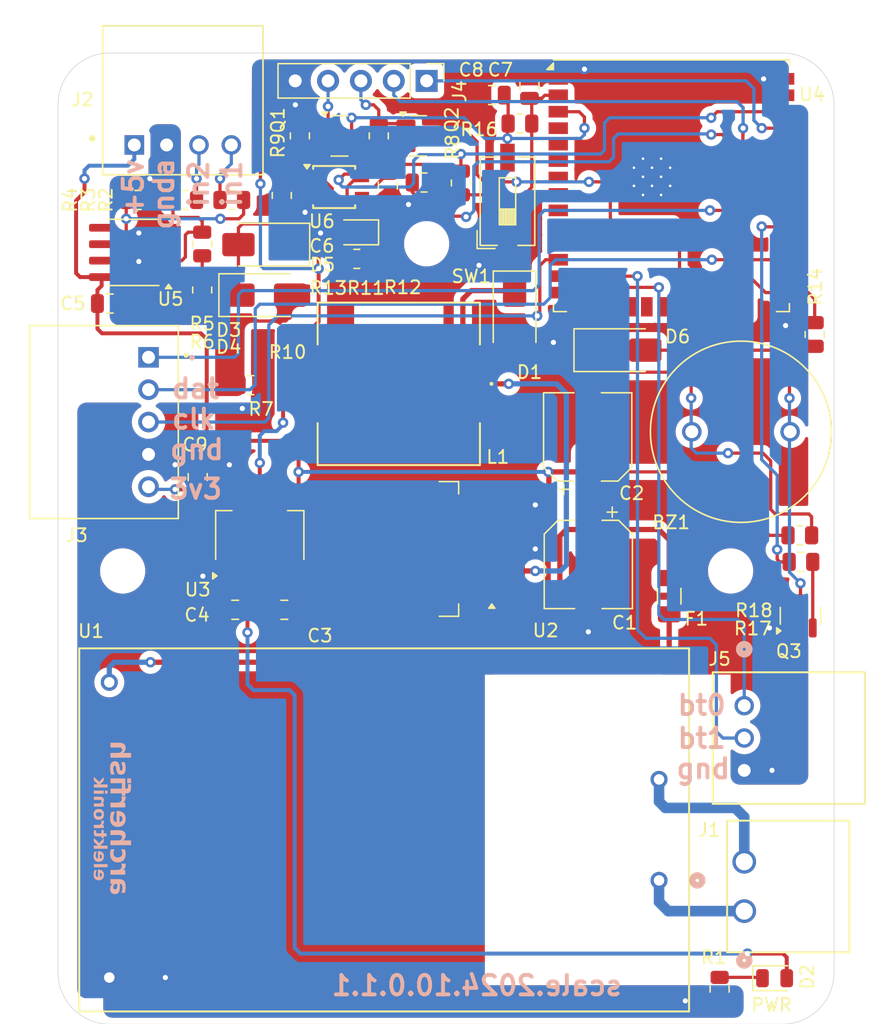
<source format=kicad_pcb>
(kicad_pcb (version 20221018) (generator pcbnew)
  (layers (0 "F.Cu" signal) (1 "In1.Cu" power) (2 "In2.Cu" power) (31 "B.Cu" signal) (34 "B.Paste" user) (35 "F.Paste" user) (36 "B.SilkS" user "B.Silkscreen") (37 "F.SilkS" user "F.Silkscreen") (38 "B.Mask" user) (39 "F.Mask" user) (44 "Edge.Cuts" user))
  (net 0 "")
  (net 1 "Net-(U2-VIN)")
  (net 2 "GND")
  (net 3 "+5V")
  (net 4 "+3V3")
  (net 5 "GNDA")
  (net 6 "Net-(D1-K)")
  (net 7 "Net-(D2-K)")
  (net 8 "Net-(D3-A)")
  (net 9 "Net-(D5-K)")
  (net 10 "/weighing_unit/RDY")
  (net 11 "Net-(U1-+VO)")
  (net 12 "/RTS")
  (net 13 "Net-(Q1-B)")
  (net 14 "/mcu/EN")
  (net 15 "/DTR")
  (net 16 "Net-(Q2-B)")
  (net 17 "/mcu/IO0")
  (net 18 "/weighing_unit/IN1")
  (net 19 "Net-(U5A-+)")
  (net 20 "/weighing_unit/IN2")
  (net 21 "Net-(U5A--)")
  (net 22 "Net-(R5-Pad2)")
  (net 23 "Net-(U6-ADDR)")
  (net 24 "/mcu/SDA")
  (net 25 "/mcu/SCL")
  (net 26 "/BT0")
  (net 27 "/BT1")
  (net 28 "/power_management/AC_1")
  (net 29 "/power_management/AC_2")
  (net 39 "/display/DOT")
  (net 40 "/display/DATA")
  (net 41 "/display/CLOCK")
  (net 51 "Net-(BZ1-+)")
  (net 55 "/RXD")
  (net 56 "/TXD")
  (net 64 "Net-(BZ1--)")
  (net 65 "Net-(Q3-B)")
  (net 66 "/BUZZ")
  (footprint "Package_SO:TSSOP-10_3x3mm_P0.5mm" (layer "F.Cu") (at 21.35 25.35)
    (fp_text reference "U6")
    (fp_text value "ADS1115IDGS")
  )
  (footprint "Resistor_SMD:R_0805_2012Metric" (layer "F.Cu") (at 23.1 30.9)
    (fp_text reference "R13")
    (fp_text value "3k3")
  )
  (footprint "Resistor_SMD:R_0805_2012Metric" (layer "F.Cu") (at 11.15 33.3 -90)
    (fp_text reference "R6")
    (fp_text value "100")
  )
  (footprint "Resistor_SMD:R_0805_2012Metric" (layer "F.Cu") (at 58.5 36.7375 -90)
    (fp_text reference "R14")
    (fp_text value "0")
  )
  (footprint "Resistor_SMD:R_0805_2012Metric" (layer "F.Cu") (at 13.4375 26.35)
    (fp_text reference "R2")
    (fp_text value "5k")
  )
  (footprint "BBG:CONN2_284513-2" (layer "F.Cu") (at 53.054901 81.271601 90)
    (fp_text reference "J1")
    (fp_text value "Conn_01x02_Pin")
  )
  (footprint "Resistor_SMD:R_0805_2012Metric" (layer "F.Cu") (at 17.3 26 -90)
    (fp_text reference "R10")
    (fp_text value "3k3")
  )
  (footprint "Capacitor_SMD:C_0805_2012Metric" (layer "F.Cu") (at 33.55 18.25 180)
    (fp_text reference "C8")
    (fp_text value "100n")
  )
  (footprint "Resistor_SMD:R_0805_2012Metric" (layer "F.Cu") (at 28.3 25)
    (fp_text reference "R11")
    (fp_text value "3k3")
  )
  (footprint "Diode_SMD:D_SMA" (layer "F.Cu") (at 43.4 37.95)
    (fp_text reference "D6")
    (fp_text value "D_Zener")
  )
  (footprint "Capacitor_SMD:C_0805_2012Metric" (layer "F.Cu") (at 36.45 17.55 90)
    (fp_text reference "C7")
    (fp_text value "100n")
  )
  (footprint "Diode_SMD:D_SMA" (layer "F.Cu") (at 35.3 35.35 -90)
    (fp_text reference "D1")
    (fp_text value "D_Zener")
  )
  (footprint "Package_TO_SOT_SMD:SOT-223-3_TabPin2" (layer "F.Cu") (at 15.6 52.25 90)
    (fp_text reference "U3")
    (fp_text value "AMS1117-3.3")
  )
  (footprint "Fuse:Fuse_1206_3216Metric" (layer "F.Cu") (at 47.25 56.95 90)
    (fp_text reference "F1")
    (fp_text value "Fuse")
  )
  (footprint "Capacitor_SMD:CP_Elec_6.3x5.7" (layer "F.Cu") (at 41 54.5 -90)
    (fp_text reference "C1")
    (fp_text value "100u")
  )
  (footprint "Button_Switch_SMD:SW_DIP_SPSTx01_Slide_6.7x4.1mm_W6.73mm_P2.54mm_LowProfile_JPin" (layer "F.Cu") (at 34.75 26.45 90)
    (fp_text reference "SW1")
    (fp_text value "SW_Push")
  )
  (footprint "Package_TO_SOT_SMD:SOT-23" (layer "F.Cu") (at 21.7625 21.4)
    (fp_text reference "Q1")
    (fp_text value "S8050")
  )
  (footprint "Capacitor_SMD:C_0805_2012Metric" (layer "F.Cu") (at 4 34.35)
    (fp_text reference "C5")
    (fp_text value "100n")
  )
  (footprint "Resistor_SMD:R_0805_2012Metric" (layer "F.Cu") (at 11.15 29.75 -90)
    (fp_text reference "R5")
    (fp_text value "3k3")
  )
  (footprint "BBG:buzz_14mm_CUI_CEP-1162" (layer "F.Cu") (at 52.8 44.25)
    (fp_text reference "BZ1")
    (fp_text value "Buzzer")
  )
  (footprint "BBG:JST_S5B-XH-A_LF__SN_" (layer "F.Cu") (at 7 43.5 -90)
    (fp_text reference "J3")
    (fp_text value "Conn_01x05_Pin")
  )
  (footprint "Resistor_SMD:R_0805_2012Metric" (layer "F.Cu") (at 57.4375 54.3 180)
    (fp_text reference "R18")
    (fp_text value "1k")
  )
  (footprint "LED_SMD:LED_0805_2012Metric" (layer "F.Cu") (at 55.4 86.45)
    (fp_text reference "D2")
    (fp_text value "LED")
  )
  (footprint "LED_SMD:LED_0805_2012Metric" (layer "F.Cu") (at 23.1 28.85 180)
    (fp_text reference "D5")
    (fp_text value "LED")
  )
  (footprint "Resistor_SMD:R_0805_2012Metric" (layer "F.Cu") (at 6.1875 26.35)
    (fp_text reference "R4")
    (fp_text value "3k3")
  )
  (footprint "Capacitor_SMD:C_0805_2012Metric" (layer "F.Cu") (at 25.5 25.25 -90)
    (fp_text reference "C6")
    (fp_text value "100n")
  )
  (footprint "BBG:HLK-10_HLK" (layer "F.Cu") (at 46.466596 78.9 180)
    (fp_text reference "U1")
    (fp_text value "HLK-10M12")
  )
  (footprint "Resistor_SMD:R_0805_2012Metric" (layer "F.Cu") (at 14.9125 40.65)
    (fp_text reference "R7")
    (fp_text value "0")
  )
  (footprint "Resistor_SMD:R_0805_2012Metric" (layer "F.Cu") (at 24.8 21.4 -90)
    (fp_text reference "R8")
    (fp_text value "12k")
  )
  (footprint "Package_SO:SOIC-8_3.9x4.9mm_P1.27mm" (layer "F.Cu") (at 5.85 30.4 180)
    (fp_text reference "U5")
    (fp_text value "LMV358")
  )
  (footprint "Package_TO_SOT_SMD:SOT-23" (layer "F.Cu") (at 57.4 58.4625 90)
    (fp_text reference "Q3")
    (fp_text value "S8050")
  )
  (footprint "Capacitor_SMD:C_0805_2012Metric" (layer "F.Cu") (at 13.7 58 180)
    (fp_text reference "C4")
    (fp_text value "100n")
  )
  (footprint "Resistor_SMD:R_0805_2012Metric" (layer "F.Cu") (at 51.15 87.3 -90)
    (fp_text reference "R1")
    (fp_text value "3k3")
  )
  (footprint "Diode_SMD:D_SMA" (layer "F.Cu") (at 15.95 33.7)
    (fp_text reference "D4")
    (fp_text value "D_Zener")
  )
  (footprint "Package_TO_SOT_SMD:SOT-23" (layer "F.Cu") (at 27.8375 21.4)
    (fp_text reference "Q2")
    (fp_text value "S8050")
  )
  (footprint "Resistor_SMD:R_0805_2012Metric" (layer "F.Cu") (at 31.15 25.0375 -90)
    (fp_text reference "R12")
    (fp_text value "3k3")
  )
  (footprint "Capacitor_SMD:C_0805_2012Metric" (layer "F.Cu") (at 17.5 58 180)
    (fp_text reference "C3")
    (fp_text value "1u")
  )
  (footprint "Diode_SMD:D_SMA" (layer "F.Cu") (at 15.95 29.8 180)
    (fp_text reference "D3")
    (fp_text value "D_Zener")
  )
  (footprint "Package_TO_SOT_SMD:TO-263-5_TabPin3" (layer "F.Cu") (at 26.15 53.3 180)
    (fp_text reference "U2")
    (fp_text value "LM2576HVS-5")
  )
  (footprint "BBG:JST_S4B-XH-A(LF)(SN)" (layer "F.Cu") (at 9.65 22.1)
    (fp_text reference "J2")
    (fp_text value "Conn_01x04_Pin")
  )
  (footprint "Connector_PinHeader_2.54mm:PinHeader_1x05_P2.54mm_Vertical" (layer "F.Cu") (at 28.5 17.15 -90)
    (fp_text reference "J4")
    (fp_text value "Conn_01x05_Pin")
  )
  (footprint "Resistor_SMD:R_0805_2012Metric" (layer "F.Cu") (at 35.7125 20.45)
    (fp_text reference "R16")
    (fp_text value "10k")
  )
  (footprint "MountingHole:MountingHole_3mm" (layer "F.Cu") (at 52 55)
    (fp_text reference "H3" hide)
    (fp_text value "MountingHole")
  )
  (footprint "MountingHole:MountingHole_3mm" (layer "F.Cu") (at 28.5 29.735)
    (fp_text reference "H2" hide)
    (fp_text value "MountingHole")
  )
  (footprint "BBG:CONN_S3B-XH-ALFSN_JST" (layer "F.Cu") (at 53.053101 65.404778 -90)
    (fp_text reference "J5")
    (fp_text value "Conn_01x03_Pin")
  )
  (footprint "Capacitor_SMD:CP_Elec_6.3x5.7" (layer "F.Cu") (at 40.95 44.65 90)
    (fp_text reference "C2")
    (fp_text value "100u")
  )
  (footprint "Resistor_SMD:R_0805_2012Metric" (layer "F.Cu") (at 9.8 26.35 180)
    (fp_text reference "R3")
    (fp_text value "5k")
  )
  (footprint "MountingHole:MountingHole_3mm" (layer "F.Cu") (at 5 55)
    (fp_text reference "H1" hide)
    (fp_text value "MountingHole")
  )
  (footprint "BBG:IND_CDRH127-LDNP-470MC_SUM" (layer "F.Cu") (at 26.347 40.55 180)
    (fp_text reference "L1")
    (fp_text value "100u")
  )
  (footprint "Resistor_SMD:R_0805_2012Metric" (layer "F.Cu") (at 18.7 21.4 -90)
    (fp_text reference "R9")
    (fp_text value "12k")
  )
  (footprint "RF_Module:ESP32-WROOM-32U" (layer "F.Cu") (at 47.425 25.25)
    (fp_text reference "U4")
    (fp_text value "ESP32-WROOM-32U")
  )
  (footprint "Capacitor_SMD:C_0805_2012Metric" (layer "F.Cu") (at 10.8 47.75 90)
    (fp_text reference "C9")
    (fp_text value "100n")
  )
  (footprint "Resistor_SMD:R_0805_2012Metric" (layer "F.Cu") (at 57.35 52.25 180)
    (fp_text reference "R17")
    (fp_text value "1k")
  )
  (gr_line (start 0 86) (end 0 19) (stroke (width 0.05)) (layer "Edge.Cuts"))
  (gr_arc (start 4 90) (mid 1.171573 88.828427) (end 0 86) (stroke (width 0.05)) (layer "Edge.Cuts"))
  (gr_arc (start 60 86) (mid 58.828427 88.828427) (end 56 90) (stroke (width 0.05)) (layer "Edge.Cuts"))
  (gr_line (start 4 15) (end 56 15) (stroke (width 0.05)) (layer "Edge.Cuts"))
  (gr_line (start 60 19) (end 60 86) (stroke (width 0.05)) (layer "Edge.Cuts"))
  (gr_arc (start 56 15) (mid 58.828427 16.171573) (end 60 19) (stroke (width 0.05)) (layer "Edge.Cuts"))
  (gr_line (start 56 90) (end 4 90) (stroke (width 0.05)) (layer "Edge.Cuts"))
  (gr_arc (start 0 19) (mid 1.171573 16.171573) (end 4 15) (stroke (width 0.05)) (layer "Edge.Cuts"))
  (gr_text "bt0" (at 47.75 66.25) (layer "B.SilkS") (effects (font (size 1.5 1.5) (thickness 0.3) bold) (justify left bottom)))
  (gr_text "gnd" (at 8.5 46.5) (layer "B.SilkS") (effects (font (size 1.5 1.5) (thickness 0.3) bold) (justify left bottom)))
  (gr_text "dat" (at 8.65 41.8) (layer "B.SilkS") (effects (font (size 1.5 1.5) (thickness 0.3) bold) (justify left bottom)))
  (gr_text "in2" (at 11.75 27.05 90) (layer "B.SilkS") (effects (font (size 1.5 1.5) (thickness 0.3) bold) (justify left bottom)))
  (gr_text "3v3" (at 8.45 49.55) (layer "B.SilkS") (effects (font (size 1.5 1.5) (thickness 0.3) bold) (justify left bottom)))
  (gr_text "gnda" (at 9.05 28.8 90) (layer "B.SilkS") (effects (font (size 1.5 1.5) (thickness 0.3) bold) (justify left bottom)))
  (gr_text "clk\n" (at 8.65 44.15) (layer "B.SilkS") (effects (font (size 1.5 1.5) (thickness 0.3) bold) (justify left bottom)))
  (gr_text "in1" (at 14.3 27.05 90) (layer "B.SilkS") (effects (font (size 1.5 1.5) (thickness 0.3) bold) (justify left bottom)))
  (gr_text "elektronik\n" (at 2.6 78.95 270) (layer "B.SilkS") (effects (font (size 1 1) (thickness 0.25) bold) (justify left bottom mirror)))
  (gr_text "archerfish\n" (at 3.8 80.05 270) (layer "B.SilkS") (effects (font (size 1.5 1.5) (thickness 0.3) bold) (justify left bottom mirror)))
  (gr_text "." (at 9.8 38.8) (layer "B.SilkS") (effects (font (size 1.5 1.5) (thickness 0.3) bold) (justify left bottom)))
  (gr_text "scale.2024.10.0.1.1" (at 43.75 87.9) (layer "B.SilkS") (effects (font (size 1.5 1.5) (thickness 0.3) bold) (justify left bottom mirror)))
  (gr_text "bt1" (at 47.75 68.8) (layer "B.SilkS") (effects (font (size 1.5 1.5) (thickness 0.3) bold) (justify left bottom)))
  (gr_text "+5v" (at 6.7 27.85 90) (layer "B.SilkS") (effects (font (size 1.5 1.5) (thickness 0.3) bold) (justify left bottom)))
  (gr_text "gnd" (at 47.65 71.15) (layer "B.SilkS") (effects (font (size 1.5 1.5) (thickness 0.3) bold) (justify left bottom)))
  (gr_text "PWR" (at 53.5 89.1) (layer "F.SilkS") (effects (font (size 1 1)) (justify left bottom)))
  (segment (start 33.8 56.7) (end 38.25 56.7) (width 0.4064) (layer "F.Cu") (net 1))
  (segment (start 38.25 56.7) (end 38.8 56.15) (width 0.4064) (layer "F.Cu") (net 1))
  (segment (start 38.8 56.15) (end 38.8 52.3) (width 0.4064) (layer "F.Cu") (net 1))
  (segment (start 41 51.8) (end 46.45 51.8) (width 0.4064) (layer "F.Cu") (net 1))
  (segment (start 47.25 52.6) (end 47.25 55.55) (width 0.4064) (layer "F.Cu") (net 1))
  (segment (start 38.8 52.3) (end 39.3 51.8) (width 0.4064) (layer "F.Cu") (net 1))
  (segment (start 46.45 51.8) (end 47.25 52.6) (width 0.4064) (layer "F.Cu") (net 1))
  (segment (start 39.3 51.8) (end 41 51.8) (width 0.4064) (layer "F.Cu") (net 1))
  (segment (start 58.5 37.65) (end 56.95 37.65) (width 0.25) (layer "F.Cu") (net 2))
  (segment (start 15.825 40.65) (end 15.825 41.925) (width 0.25) (layer "F.Cu") (net 2))
  (segment (start 56.175 16.995) (end 54.555 16.995) (width 0.25) (layer "F.Cu") (net 2))
  (segment (start 33.8 49.9) (end 36.9 49.9) (width 0.4064) (layer "F.Cu") (net 2))
  (segment (start 13.3 56.6) (end 12.75 57.15) (width 0.25) (layer "F.Cu") (net 2))
  (segment (start 38.8 41.95) (end 38.3 41.45) (width 0.25) (layer "F.Cu") (net 2))
  (segment (start 38.675 16.995) (end 38.045 16.995) (width 0.25) (layer "F.Cu") (net 2))
  (segment (start 40.7 16.25) (end 39.42 16.25) (width 0.25) (layer "F.Cu") (net 2))
  (segment (start 56.95 37.65) (end 56.25 36.95) (width 0.25) (layer "F.Cu") (net 2))
  (segment (start 15.5 42.25) (end 15.3 42.45) (width 0.25) (layer "F.Cu") (net 2))
  (segment (start 32.55 31.55) (end 32.55 31.4) (width 0.25) (layer "F.Cu") (net 2))
  (segment (start 38.3 41.45) (end 38.3 37.35) (width 0.25) (layer "F.Cu") (net 2))
  (segment (start 10.8 46.8) (end 12.7 46.8) (width 0.25) (layer "F.Cu") (net 2))
  (segment (start 14.25 42.45) (end 14.55 42.45) (width 0.25) (layer "F.Cu") (net 2))
  (segment (start 10.8 46.8) (end 9.05 46.8) (width 0.25) (layer "F.Cu") (net 2))
  (segment (start 8.25 46) (end 9.05 46.8) (width 0.25) (layer "F.Cu") (net 2))
  (segment (start 56.25 36.95) (end 56.25 36.05) (width 0.25) (layer "F.Cu") (net 2))
  (segment (start 15.3 42.45) (end 14.55 42.45) (width 0.25) (layer "F.Cu") (net 2))
  (segment (start 51.15 88.2125) (end 48.5125 88.2125) (width 0.25) (layer "F.Cu") (net 2))
  (segment (start 33.035 29.815) (end 32.8 30.05) (width 0.25) (layer "F.Cu") (net 2))
  (segment (start 26.7 26.2) (end 26.95 26.45) (width 0.25) (layer "F.Cu") (net 2))
  (segment (start 56.45 59.4) (end 55 59.4) (width 0.25) (layer "F.Cu") (net 2))
  (segment (start 40.95 41.95) (end 38.8 41.95) (width 0.25) (layer "F.Cu") (net 2))
  (segment (start 20.75 28.45) (end 20.3 28.9) (width 0.25) (layer "F.Cu") (net 2))
  (segment (start 15.825 41.925) (end 15.5 42.25) (width 0.25) (layer "F.Cu") (net 2))
  (segment (start 39.55 34.6) (end 41.71 34.6) (width 0.25) (layer "F.Cu") (net 2))
  (segment (start 54.555 16.995) (end 54.55 17) (width 0.25) (layer "F.Cu") (net 2))
  (segment (start 18.5 27.3) (end 19.1 27.3) (width 0.25) (layer "F.Cu") (net 2))
  (segment (start 19.2 25.35) (end 20.3 25.35) (width 0.25) (layer "F.Cu") (net 2))
  (segment (start 12.7 46.8) (end 13.25 46.8) (width 0.25) (layer "F.Cu") (net 2))
  (segment (start 12.75 57.15) (end 12.75 58) (width 0.25) (layer "F.Cu") (net 2))
  (segment (start 32.6 18.25) (end 32.6 17.05) (width 0.25) (layer "F.Cu") (net 2))
  (segment (start 38.3 37.35) (end 39.05 37.35) (width 0.25) (layer "F.Cu") (net 2))
  (segment (start 39.25 37.15) (end 39.25 34.9) (width 0.25) (layer "F.Cu") (net 2))
  (segment (start 20.3 25.35) (end 20.75 25.8) (width 0.25) (layer "F.Cu") (net 2))
  (segment (start 20.75 25.8) (end 20.75 28.45) (width 0.25) (layer "F.Cu") (net 2))
  (segment (start 32.8 30.05) (end 32.55 30.3) (width 0.25) (layer "F.Cu") (net 2))
  (segment (start 13.3 55.4) (end 13.3 56.6) (width 0.25) (layer "F.Cu") (net 2))
  (segment (start 17.3 26.9125) (end 18.1125 26.9125) (width 0.25) (layer "F.Cu") (net 2))
  (segment (start 13.3 55.4) (end 11.2 55.4) (width 0.25) (layer "F.Cu") (net 2))
  (segment (start 39.05 37.35) (end 39.25 37.15) (width 0.25) (layer "F.Cu") (net 2))
  (segment (start 18.1125 26.9125) (end 18.5 27.3) (width 0.25) (layer "F.Cu") (net 2))
  (segment (start 41 57.2) (end 41 59.7) (width 0.25) (layer "F.Cu") (net 2))
  (segment (start 33.05 16.6) (end 36.45 16.6) (width 0.25) (layer "F.Cu") (net 2))
  (segment (start 48.5125 88.2125) (end 48.5 88.2) (width 0.25) (layer "F.Cu") (net 2))
  (segment (start 39.42 16.25) (end 38.675 16.995) (width 0.25) (layer "F.Cu") (net 2))
  (segment (start 7 46) (end 8.25 46) (width 0.25) (layer "F.Cu") (net 2))
  (segment (start 34.75 29.815) (end 33.035 29.815) (width 0.25) (layer "F.Cu") (net 2))
  (segment (start 38.045 16.995) (end 37.65 16.6) (width 0.25) (layer "F.Cu") (net 2))
  (segment (start 37.65 16.6) (end 36.45 16.6) (width 0.25) (layer "F.Cu") (net 2))
  (segment (start 32.55 30.3) (end 32.55 31.4) (width 0.25) (layer "F.Cu") (net 2))
  (segment (start 35.3 37.35) (end 38.3 37.35) (width 0.25) (layer "F.Cu") (net 2))
  (segment (start 33.8 53.3) (end 36.95 53.3) (width 0.4064) (layer "F.Cu") (net 2))
  (segment (start 39.25 34.9) (end 39.55 34.6) (width 0.25) (layer "F.Cu") (net 2))
  (segment (start 25.5 26.2) (end 26.7 26.2) (width 0.25) (layer "F.Cu") (net 2))
  (segment (start 32.6 17.05) (end 33.05 16.6) (width 0.25) (layer "F.Cu") (net 2))
  (via (at 27.1 26.7) (size 0.8) (drill 0.4) (layers "F.Cu" "B.Cu") (net 2))
  (via (at 48.5 88.2) (size 0.8) (drill 0.4) (layers "F.Cu" "B.Cu") (net 2))
  (via (at 36.9 49.9) (size 0.8) (drill 0.4) (layers "F.Cu" "B.Cu") (net 2))
  (via (at 19.1 27.3) (size 0.8) (drill 0.4) (layers "F.Cu" "B.Cu") (net 2))
  (via (at 18.35 19) (size 0.8) (drill 0.4) (layers "F.Cu" "B.Cu") (net 2))
  (via (at 11.2 55.4) (size 0.8) (drill 0.4) (layers "F.Cu" "B.Cu") (net 2))
  (via (at 54.55 17) (size 0.8) (drill 0.4) (layers "F.Cu" "B.Cu") (net 2))
  (via (at 55.2 70.4) (size 0.8) (drill 0.4) (layers "F.Cu" "B.Cu") (net 2))
  (via (at 14.25 42.45) (size 0.8) (drill 0.4) (layers "F.Cu" "B.Cu") (net 2))
  (via (at 8.300002 86.399998) (size 0.8) (drill 0.4) (layers "F.Cu" "B.Cu") (net 2))
  (via (at 9.05 46.8) (size 0.8) (drill 0.4) (layers "F.Cu" "B.Cu") (net 2))
  (via (at 41 59.7) (size 0.8) (drill 0.4) (layers "F.Cu" "B.Cu") (net 2))
  (via (at 56.25 36.05) (size 0.8) (drill 0.4) (layers "F.Cu" "B.Cu") (net 2))
  (via (at 55 59.4) (size 0.8) (drill 0.4) (layers "F.Cu" "B.Cu") (net 2))
  (via (at 13.25 46.8) (size 0.8) (drill 0.4) (layers "F.Cu" "B.Cu") (net 2))
  (via (at 32.55 31.4) (size 0.8) (drill 0.4) (layers "F.Cu" "B.Cu") (net 2))
  (via (at 38.3 37.35) (size 0.8) (drill 0.4) (layers "F.Cu" "B.Cu") (net 2))
  (via (at 20.3 28.9) (size 0.8) (drill 0.4) (layers "F.Cu" "B.Cu") (net 2))
  (via (at 36.9 53.3) (size 0.8) (drill 0.4) (layers "F.Cu" "B.Cu") (net 2))
  (via (at 40.7 16.25) (size 0.8) (drill 0.4) (layers "F.Cu" "B.Cu") (net 2))
  (segment (start 55.194978 70.405022) (end 55.2 70.4) (width 0.25) (layer "B.Cu") (net 2))
  (segment (start 18.34 18.99) (end 18.35 19) (width 0.25) (layer "B.Cu") (net 2))
  (segment (start 18.34 17.15) (end 18.34 18.99) (width 0.25) (layer "B.Cu") (net 2))
  (segment (start 8.35 86.35) (end 8.300002 86.399998) (width 0.25) (layer "B.Cu") (net 2))
  (segment (start 53.053101 70.405022) (end 55.194978 70.405022) (width 0.25) (layer "B.Cu") (net 2))
  (segment (start 3.966604 86.399998) (end 8.300002 86.399998) (width 0.25) (layer "B.Cu") (net 2))
  (segment (start 1.4 26.4) (end 2.05 25.75) (width 0.3048) (layer "F.Cu") (net 3))
  (segment (start 17.9 55.4) (end 17.9 57.45) (width 0.3048) (layer "F.Cu") (net 3))
  (segment (start 3.375 32.975) (end 3.375 32.305) (width 0.3048) (layer "F.Cu") (net 3))
  (segment (start 3.05 34.35) (end 3.05 36.3) (width 0.3048) (layer "F.Cu") (net 3))
  (segment (start 21.394 40.55) (end 19 40.55) (width 0.3048) (layer "F.Cu") (net 3))
  (segment (start 3.4 36.65) (end 11.05 36.65) (width 0.3048) (layer "F.Cu") (net 3))
  (segment (start 3.05 33.3) (end 3.375 32.975) (width 0.3048) (layer "F.Cu") (net 3))
  (segment (start 54.4 51.65) (end 54.4 48.1) (width 0.25) (layer "F.Cu") (net 3))
  (segment (start 17.9 53.65) (end 17.9 55.4) (width 0.3048) (layer "F.Cu") (net 3))
  (segment (start 11.05 36.65) (end 11.5 37.1) (width 0.3048) (layer "F.Cu") (net 3))
  (segment (start 1.4 32) (end 1.4 26.4) (width 0.3048) (layer "F.Cu") (net 3))
  (segment (start 12.05 44.95) (end 18.45 44.95) (width 0.3048) (layer "F.Cu") (net 3))
  (segment (start 18.6 52.95) (end 17.9 53.65) (width 0.3048) (layer "F.Cu") (net 3))
  (segment (start 53.65 47.35) (end 40.95 47.35) (width 0.25) (layer "F.Cu") (net 3))
  (segment (start 40.95 47.35) (end 37.95 47.35) (width 0.4064) (layer "F.Cu") (net 3))
  (segment (start 37.95 51.15) (end 37.95 48) (width 0.4064) (layer "F.Cu") (net 3))
  (segment (start 18.6 44.8) (end 18.6 52.95) (width 0.3048) (layer "F.Cu") (net 3))
  (segment (start 56.4375 52.25) (end 55 52.25) (width 0.25) (layer "F.Cu") (net 3))
  (segment (start 11.5 37.1) (end 11.5 44.4) (width 0.3048) (layer "F.Cu") (net 3))
  (segment (start 18.6 40.95) (end 18.6 44.8) (width 0.3048) (layer "F.Cu") (net 3))
  (segment (start 3.05 34.35) (end 3.05 33.3) (width 0.3048) (layer "F.Cu") (net 3))
  (segment (start 54.4 48.1) (end 53.65 47.35) (width 0.25) (layer "F.Cu") (net 3))
  (segment (start 37.95 47.35) (end 37.95 48) (width 0.4064) (layer "F.Cu") (net 3))
  (segment (start 2.05 25.75) (end 2.05 24.7) (width 0.3048) (layer "F.Cu") (net 3))
  (segment (start 3.375 32.305) (end 1.705 32.305) (width 0.3048) (layer "F.Cu") (net 3))
  (segment (start 55 52.25) (end 54.4 51.65) (width 0.25) (layer "F.Cu") (net 3))
  (segment (start 37.5 51.6) (end 37.95 51.15) (width 0.4064) (layer "F.Cu") (net 3))
  (segment (start 18.45 44.95) (end 18.6 44.8) (width 0.3048) (layer "F.Cu") (net 3))
  (segment (start 19 40.55) (end 18.6 40.95) (width 0.3048) (layer "F.Cu") (net 3))
  (segment (start 11.5 44.4) (end 12.05 44.95) (width 0.3048) (layer "F.Cu") (net 3))
  (segment (start 3.05 36.3) (end 3.4 36.65) (width 0.3048) (layer "F.Cu") (net 3))
  (segment (start 17.9 57.45) (end 18.45 58) (width 0.3048) (layer "F.Cu") (net 3))
  (segment (start 33.8 51.6) (end 37.5 51.6) (width 0.4064) (layer "F.Cu") (net 3))
  (segment (start 1.705 32.305) (end 1.4 32) (width 0.3048) (layer "F.Cu") (net 3))
  (via (at 18.6 47.35) (size 0.8) (drill 0.4) (layers "F.Cu" "B.Cu") (net 3))
  (via (at 2.05 24.7) (size 0.8) (drill 0.4) (layers "F.Cu" "B.Cu") (net 3))
  (via (at 37.9 47.35) (size 0.8) (drill 0.4) (layers "F.Cu" "B.Cu") (net 3))
  (segment (start 2.05 24.05) (end 2.05 24.7) (width 0.3048) (layer "B.Cu") (net 3))
  (segment (start 5.9 23.2) (end 5.4 23.7) (width 0.3048) (layer "B.Cu") (net 3))
  (segment (start 37.9 47.35) (end 18.6 47.35) (width 0.3048) (layer "B.Cu") (net 3))
  (segment (start 2.4 23.7) (end 2.05 24.05) (width 0.3048) (layer "B.Cu") (net 3))
  (segment (start 5.9 22.1) (end 5.9 23.2) (width 0.3048) (layer "B.Cu") (net 3))
  (segment (start 5.4 23.7) (end 2.4 23.7) (width 0.3048) (layer "B.Cu") (net 3))
  (segment (start 14.65 58) (end 14.65 59.75) (width 0.3048) (layer "F.Cu") (net 4))
  (segment (start 14.65 57.35) (end 15.6 56.4) (width 0.3048) (layer "F.Cu") (net 4))
  (segment (start 25.5 23.6) (end 28.75 23.6) (width 0.25) (layer "F.Cu") (net 4))
  (segment (start 37.635 18.265) (end 37.4 18.5) (width 0.25) (layer "F.Cu") (net 4))
  (segment (start 56.05 84.55) (end 53.3 84.55) (width 0.3048) (layer "F.Cu") (net 4))
  (segment (start 56.3375 84.8375) (end 56.05 84.55) (width 0.3048) (layer "F.Cu") (net 4))
  (segment (start 19.65 36.25) (end 17.85 36.25) (width 0.3048) (layer "F.Cu") (net 4))
  (segment (start 20.15 30.4) (end 20.15 31.65) (width 0.3048) (layer "F.Cu") (net 4))
  (segment (start 15.65 24) (end 16.05 23.6) (width 0.25) (layer "F.Cu") (net 4))
  (segment (start 29.2125 24.0625) (end 29.2125 25) (width 0.25) (layer "F.Cu") (net 4))
  (segment (start 19.55 29.8) (end 20.15 30.4) (width 0.3048) (layer "F.Cu") (net 4))
  (segment (start 20.15 35.75) (end 19.65 36.25) (width 0.3048) (layer "F.Cu") (net 4))
  (segment (start 10.8 48.7) (end 12.85 48.7) (width 0.3048) (layer "F.Cu") (net 4))
  (segment (start 16.05 23.6) (end 25.5 23.6) (width 0.25) (layer "F.Cu") (net 4))
  (segment (start 36.625 20.45) (end 36.625 25.375) (width 0.25) (layer "F.Cu") (net 4))
  (segment (start 20.15 31.65) (end 20.15 35.75) (width 0.3048) (layer "F.Cu") (net 4))
  (segment (start 30.1625 25.95) (end 29.2125 25) (width 0.25) (layer "F.Cu") (net 4))
  (segment (start 36.625 20.45) (end 36.625 18.675) (width 0.25) (layer "F.Cu") (net 4))
  (segment (start 10.8 48.7) (end 9.1 48.7) (width 0.3048) (layer "F.Cu") (net 4))
  (segment (start 23.5 25.35) (end 24.45 25.35) (width 0.25) (layer "F.Cu") (net 4))
  (segment (start 56.3375 86.45) (end 56.3375 84.8375) (width 0.3048) (layer "F.Cu") (net 4))
  (segment (start 37.4 18.5) (end 36.45 18.5) (width 0.25) (layer "F.Cu") (net 4))
  (segment (start 12.85 48.7) (end 13.25 49.1) (width 0.3048) (layer "F.Cu") (net 4))
  (segment (start 24.45 25.35) (end 25.5 24.3) (width 0.25) (layer "F.Cu") (net 4))
  (segment (start 31.15 25.95) (end 30.1625 25.95) (width 0.25) (layer "F.Cu") (net 4))
  (segment (start 17.4 36.7) (end 17.4 43.55) (width 0.3048) (layer "F.Cu") (net 4))
  (segment (start 15.6 56.4) (end 15.6 55.4) (width 0.3048) (layer "F.Cu") (net 4))
  (segment (start 28.75 23.6) (end 29.2125 24.0625) (width 0.25) (layer "F.Cu") (net 4))
  (segment (start 36.625 25.375) (end 36.05 25.95) (width 0.25) (layer "F.Cu") (net 4))
  (segment (start 13.25 49.1) (end 15.6 49.1) (width 0.3048) (layer "F.Cu") (net 4))
  (segment (start 17.85 36.25) (end 17.4 36.7) (width 0.3048) (layer "F.Cu") (net 4))
  (segment (start 36.05 25.95) (end 31.15 25.95) (width 0.25) (layer "F.Cu") (net 4))
  (segment (start 38.675 18.265) (end 37.635 18.265) (width 0.25) (layer "F.Cu") (net 4))
  (segment (start 14.65 58) (end 14.65 57.35) (width 0.3048) (layer "F.Cu") (net 4))
  (segment (start 15.65 25.1) (end 15.65 24) (width 0.25) (layer "F.Cu") (net 4))
  (segment (start 15.6 49.1) (end 15.6 46.65) (width 0.3048) (layer "F.Cu") (net 4))
  (segment (start 36.625 18.675) (end 36.45 18.5) (width 0.25) (layer "F.Cu") (net 4))
  (segment (start 25.5 24.3) (end 25.5 23.6) (width 0.25) (layer "F.Cu") (net 4))
  (segment (start 15.6 55.4) (end 15.6 49.1) (width 0.3048) (layer "F.Cu") (net 4))
  (segment (start 17.95 29.8) (end 19.55 29.8) (width 0.3048) (layer "F.Cu") (net 4))
  (via (at 20.15 31.65) (size 0.8) (drill 0.4) (layers "F.Cu" "B.Cu") (net 4))
  (via (at 15.65 25.1) (size 0.8) (drill 0.4) (layers "F.Cu" "B.Cu") (net 4))
  (via (at 17.4 43.55) (size 0.8) (drill 0.4) (layers "F.Cu" "B.Cu") (net 4))
  (via (at 14.65 59.75) (size 0.8) (drill 0.4) (layers "F.Cu" "B.Cu") (net 4))
  (via (at 15.6 46.65) (size 0.8) (drill 0.4) (layers "F.Cu" "B.Cu") (net 4))
  (via (at 9.05 48.7) (size 0.8) (drill 0.4) (layers "F.Cu" "B.Cu") (net 4))
  (via (at 53.3 84.55) (size 0.8) (drill 0.4) (layers "F.Cu" "B.Cu") (net 4))
  (segment (start 7.45 48.5) (end 7.65 48.7) (width 0.25) (layer "B.Cu") (net 4))
  (segment (start 15.65 31.4) (end 15.9 31.65) (width 0.25) (layer "B.Cu") (net 4))
  (segment (start 16.9 44.2) (end 17.4 43.7) (width 0.3048) (layer "B.Cu") (net 4))
  (segment (start 14.65 63.75) (end 15.1 64.2) (width 0.3048) (layer "B.Cu") (net 4))
  (segment (start 15.9 31.65) (end 20.15 31.65) (width 0.25) (layer "B.Cu") (net 4))
  (segment (start 15.95 44.2) (end 16.9 44.2) (width 0.3048) (layer "B.Cu") (net 4))
  (segment (start 17.9 64.2) (end 18.3 64.6) (width 0.3048) (layer "B.Cu") (net 4))
  (segment (start 14.65 59.75) (end 14.65 63.75) (width 0.3048) (layer "B.Cu") (net 4))
  (segment (start 7.65 48.7) (end 9.05 48.7) (width 0.25) (layer "B.Cu") (net 4))
  (segment (start 15.6 46.65) (end 15.6 44.55) (width 0.3048) (layer "B.Cu") (net 4))
  (segment (start 15.65 25.1) (end 15.65 31.4) (width 0.25) (layer "B.Cu") (net 4))
  (segment (start 53.3 84.55) (end 18.75 84.55) (width 0.3048) (layer "B.Cu") (net 4))
  (segment (start 7 48.5) (end 7.45 48.5) (width 0.25) (layer "B.Cu") (net 4))
  (segment (start 15.1 64.2) (end 17.9 64.2) (width 0.3048) (layer "B.Cu") (net 4))
  (segment (start 15.6 44.55) (end 15.95 44.2) (width 0.3048) (layer "B.Cu") (net 4))
  (segment (start 18.3 64.6) (end 18.3 84.1) (width 0.3048) (layer "B.Cu") (net 4))
  (segment (start 18.3 84.1) (end 18.75 84.55) (width 0.3048) (layer "B.Cu") (net 4))
  (segment (start 17.4 43.7) (end 17.4 43.55) (width 0.3048) (layer "B.Cu") (net 4))
  (segment (start 8.05 27.85) (end 7.15 27.85) (width 0.25) (layer "F.Cu") (net 5))
  (segment (start 6.25 32.4) (end 6.25 31.1) (width 0.25) (layer "F.Cu") (net 5))
  (segment (start 17.6 35.7) (end 17.95 35.35) (width 0.25) (layer "F.Cu") (net 5))
  (segment (start 14 35.7) (end 5.45 35.7) (width 0.25) (layer "F.Cu") (net 5))
  (segment (start 8.325 28.125) (end 8.05 27.85) (width 0.25) (layer "F.Cu") (net 5))
  (segment (start 6.1 32.55) (end 6.25 32.4) (width 0.25) (layer "F.Cu") (net 5))
  (segment (start 4.95 32.85) (end 5.25 32.55) (width 0.25) (layer "F.Cu") (net 5))
  (segment (start 8.325 28.495) (end 8.325 28.125) (width 0.25) (layer "F.Cu") (net 5))
  (segment (start 4.95 35.2) (end 4.95 34.35) (width 0.25) (layer "F.Cu") (net 5))
  (segment (start 14 40.65) (end 14 35.7) (width 0.25) (layer "F.Cu") (net 5))
  (segment (start 6.25 28.9) (end 7.1 28.05) (width 0.25) (layer "F.Cu") (net 5))
  (segment (start 14 35.7) (end 17.6 35.7) (width 0.25) (layer "F.Cu") (net 5))
  (segment (start 17.95 35.35) (end 17.95 33.7) (width 0.25) (layer "F.Cu") (net 5))
  (segment (start 5.25 32.55) (end 6.1 32.55) (width 0.25) (layer "F.Cu") (net 5))
  (segment (start 7.1 28.05) (end 7.1 27.8) (width 0.25) (layer "F.Cu") (net 5))
  (segment (start 7.1 26.35) (end 7.1 24.75) (width 0.25) (layer "F.Cu") (net 5))
  (segment (start 4.95 34.35) (end 4.95 32.85) (width 0.25) (layer "F.Cu") (net 5))
  (segment (start 7.15 27.85) (end 7.1 27.8) (width 0.25) (layer "F.Cu") (net 5))
  (segment (start 7.1 27.8) (end 7.1 26.35) (width 0.25) (layer "F.Cu") (net 5))
  (segment (start 5.45 35.7) (end 4.95 35.2) (width 0.25) (layer "F.Cu") (net 5))
  (via (at 6.25 28.9) (size 0.8) (drill 0.4) (layers "F.Cu" "B.Cu") (net 5))
  (via (at 7.1 24.7) (size 0.8) (drill 0.4) (layers "F.Cu" "B.Cu") (net 5))
  (via (at 6.25 31.1) (size 0.8) (drill 0.4) (layers "F.Cu" "B.Cu") (net 5))
  (segment (start 6.25 31.1) (end 6.25 28.9) (width 0.25) (layer "B.Cu") (net 5))
  (segment (start 7.1 24.7) (end 8.4 23.4) (width 0.25) (layer "B.Cu") (net 5))
  (segment (start 8.4 23.4) (end 8.4 22.1) (width 0.25) (layer "B.Cu") (net 5))
  (segment (start 31.95 33.35) (end 35.3 33.35) (width 0.4064) (layer "F.Cu") (net 6))
  (segment (start 33.8 55) (end 36.9 55) (width 0.4064) (layer "F.Cu") (net 6))
  (segment (start 34.55 40.55) (end 31.3 40.55) (width 0.4064) (layer "F.Cu") (net 6))
  (segment (start 31.3 40.55) (end 31.3 34) (width 0.4064) (layer "F.Cu") (net 6))
  (segment (start 31.3 34) (end 31.95 33.35) (width 0.4064) (layer "F.Cu") (net 6))
  (via (at 34.85 40.55) (size 0.8) (drill 0.4) (layers "F.Cu" "B.Cu") (net 6))
  (via (at 36.9 55) (size 0.8) (drill 0.4) (layers "F.Cu" "B.Cu") (net 6))
  (segment (start 39.3 54.55) (end 39.3 41.3) (width 0.4064) (layer "B.Cu") (net 6))
  (segment (start 38.55 40.55) (end 34.85 40.55) (width 0.4064) (layer "B.Cu") (net 6))
  (segment (start 39.3 41.3) (end 38.55 40.55) (width 0.4064) (layer "B.Cu") (net 6))
  (segment (start 38.85 55) (end 39.3 54.55) (width 0.4064) (layer "B.Cu") (net 6))
  (segment (start 36.9 55) (end 38.85 55) (width 0.4064) (layer "B.Cu") (net 6))
  (segment (start 51.15 86.3875) (end 54.4 86.3875) (width 0.25) (layer "F.Cu") (net 7))
  (segment (start 54.4 86.3875) (end 54.4625 86.45) (width 0.25) (layer "F.Cu") (net 7))
  (segment (start 11.15 34.2125) (end 11.9875 34.2125) (width 0.25) (layer "F.Cu") (net 8))
  (segment (start 11.9875 34.2125) (end 12.5 33.7) (width 0.25) (layer "F.Cu") (net 8))
  (segment (start 20.05 25.85) (end 20.3 26.1) (width 0.25) (layer "F.Cu") (net 8))
  (segment (start 13.95 33.7) (end 13.95 29.8) (width 0.25) (layer "F.Cu") (net 8))
  (segment (start 20.3 27.85) (end 19.95 28.2) (width 0.25) (layer "F.Cu") (net 8))
  (segment (start 14.25 28.2) (end 13.95 28.5) (width 0.25) (layer "F.Cu") (net 8))
  (segment (start 13.95 28.5) (end 13.95 29.8) (width 0.25) (layer "F.Cu") (net 8))
  (segment (start 12.5 33.7) (end 13.95 33.7) (width 0.25) (layer "F.Cu") (net 8))
  (segment (start 19.2 25.85) (end 20.05 25.85) (width 0.25) (layer "F.Cu") (net 8))
  (segment (start 20.3 26.1) (end 20.3 27.85) (width 0.25) (layer "F.Cu") (net 8))
  (segment (start 19.95 28.2) (end 14.25 28.2) (width 0.25) (layer "F.Cu") (net 8))
  (segment (start 24.0125 28.3875) (end 24.05 28.35) (width 0.25) (layer "F.Cu") (net 9))
  (segment (start 24.0125 30.45) (end 24.0125 28.3875) (width 0.25) (layer "F.Cu") (net 9))
  (segment (start 21.35 27.2) (end 21.2 27.05) (width 0.25) (layer "F.Cu") (net 10))
  (segment (start 22.175 28.35) (end 22.175 27.425) (width 0.25) (layer "F.Cu") (net 10))
  (segment (start 19.2 24.85) (end 20.6 24.85) (width 0.25) (layer "F.Cu") (net 10))
  (segment (start 22.175 27.425) (end 21.95 27.2) (width 0.25) (layer "F.Cu") (net 10))
  (segment (start 21.2 27.05) (end 21.2 25.45) (width 0.25) (layer "F.Cu") (net 10))
  (segment (start 21.2 25.45) (end 20.6 24.85) (width 0.25) (layer "F.Cu") (net 10))
  (segment (start 21.95 27.2) (end 21.35 27.2) (width 0.25) (layer "F.Cu") (net 10))
  (segment (start 47.25 58.35) (end 47.25 61.45) (width 0.4064) (layer "F.Cu") (net 11))
  (segment (start 47.25 61.45) (end 46.65 62.05) (width 0.4064) (layer "F.Cu") (net 11))
  (segment (start 46.65 62.05) (end 7.15 62.05) (width 0.4064) (layer "F.Cu") (net 11))
  (via (at 7.15 62.05) (size 0.8) (drill 0.4) (layers "F.Cu" "B.Cu") (net 11))
  (segment (start 3.966604 62.433396) (end 3.966604 63.600003) (width 0.4064) (layer "B.Cu") (net 11))
  (segment (start 7.15 62.05) (end 4.35 62.05) (width 0.4064) (layer "B.Cu") (net 11))
  (segment (start 4.35 62.05) (end 3.966604 62.433396) (width 0.4064) (layer "B.Cu") (net 11))
  (segment (start 18.7 20.4875) (end 20.7875 20.4875) (width 0.25) (layer "F.Cu") (net 12))
  (segment (start 20.88 20.395) (end 20.825 20.45) (width 0.25) (layer "F.Cu") (net 12))
  (segment (start 20.7875 20.4875) (end 20.825 20.45) (width 0.25) (layer "F.Cu") (net 12))
  (segment (start 20.85 19.1) (end 20.825 19.125) (width 0.25) (layer "F.Cu") (net 12))
  (segment (start 20.88 19.125) (end 20.88 20.395) (width 0.25) (layer "F.Cu") (net 12))
  (via (at 20.88 19.125) (size 0.8) (drill 0.4) (layers "F.Cu" "B.Cu") (net 12))
  (segment (start 20.88 17.15) (end 20.88 19.07) (width 0.25) (layer "B.Cu") (net 12))
  (segment (start 20.88 19.07) (end 20.825 19.125) (width 0.25) (layer "B.Cu") (net 12))
  (segment (start 24.7625 22.35) (end 24.8 22.3125) (width 0.25) (layer "F.Cu") (net 13))
  (segment (start 20.825 22.35) (end 24.7625 22.35) (width 0.25) (layer "F.Cu") (net 13))
  (segment (start 34.8 20.45) (end 34.8 18.55) (width 0.25) (layer "F.Cu") (net 14))
  (segment (start 34.8 18.55) (end 34.5 18.25) (width 0.25) (layer "F.Cu") (net 14))
  (segment (start 34.75 20.5) (end 34.8 20.45) (width 0.25) (layer "F.Cu") (net 14))
  (segment (start 22.7 21.4) (end 22.7 20) (width 0.25) (layer "F.Cu") (net 14))
  (segment (start 40.285 19.535) (end 40.7 19.95) (width 0.25) (layer "F.Cu") (net 14))
  (segment (start 34.75 23.085) (end 34.75 20.5) (width 0.25) (layer "F.Cu") (net 14))
  (segment (start 34.735 23.1) (end 34.75 23.085) (width 0.25) (layer "F.Cu") (net 14))
  (segment (start 40.7 19.95) (end 40.7 20.8) (width 0.25) (layer "F.Cu") (net 14))
  (segment (start 38.675 19.535) (end 40.285 19.535) (width 0.25) (layer "F.Cu") (net 14))
  (via (at 22.7 20) (size 0.8) (drill 0.4) (layers "F.Cu" "B.Cu") (net 14))
  (via (at 34.75 21.6) (size 0.8) (drill 0.4) (layers "F.Cu" "B.Cu") (net 14))
  (via (at 40.7 20.8) (size 0.8) (drill 0.4) (layers "F.Cu" "B.Cu") (net 14))
  (segment (start 34.75 21.6) (end 33 21.6) (width 0.25) (layer "B.Cu") (net 14))
  (segment (start 33 21.6) (end 31.4 20) (width 0.25) (layer "B.Cu") (net 14))
  (segment (start 40.7 21.3) (end 40.7 20.8) (width 0.25) (layer "B.Cu") (net 14))
  (segment (start 40.4 21.6) (end 40.7 21.3) (width 0.25) (layer "B.Cu") (net 14))
  (segment (start 34.75 21.6) (end 40.4 21.6) (width 0.25) (layer "B.Cu") (net 14))
  (segment (start 31.4 20) (end 22.7 20) (width 0.25) (layer "B.Cu") (net 14))
  (segment (start 26.9 20.45) (end 24.8375 20.45) (width 0.25) (layer "F.Cu") (net 15))
  (segment (start 23.8 19) (end 24.4 19) (width 0.25) (layer "F.Cu") (net 15))
  (segment (start 24.8375 20.45) (end 24.8 20.4875) (width 0.25) (layer "F.Cu") (net 15))
  (segment (start 24.4 19) (end 24.8 19.4) (width 0.25) (layer "F.Cu") (net 15))
  (segment (start 24.8 20.4875) (end 24.8 19.4) (width 0.25) (layer "F.Cu") (net 15))
  (via (at 23.8 19) (size 0.8) (drill 0.4) (layers "F.Cu" "B.Cu") (net 15))
  (segment (start 23.42 17.15) (end 23.42 18.62) (width 0.25) (layer "B.Cu") (net 15))
  (segment (start 23.42 18.62) (end 23.8 19) (width 0.25) (layer "B.Cu") (net 15))
  (segment (start 26.9 22.9) (end 26.9 22.35) (width 0.25) (layer "F.Cu") (net 16))
  (segment (start 18.7 22.9) (end 18.95 23.15) (width 0.25) (layer "F.Cu") (net 16))
  (segment (start 18.95 23.15) (end 26.65 23.15) (width 0.25) (layer "F.Cu") (net 16))
  (segment (start 26.65 23.15) (end 26.9 22.9) (width 0.25) (layer "F.Cu") (net 16))
  (segment (start 18.7 22.3125) (end 18.7 22.9) (width 0.25) (layer "F.Cu") (net 16))
  (segment (start 32.4 24.4) (end 32.4 21.85) (width 0.25) (layer "F.Cu") (net 17))
  (segment (start 58.005 33.505) (end 56.175 33.505) (width 0.25) (layer "F.Cu") (net 17))
  (segment (start 48.65 32.25) (end 48.05 31.65) (width 0.25) (layer "F.Cu") (net 17))
  (segment (start 48.05 28.65) (end 47.55 28.15) (width 0.25) (layer "F.Cu") (net 17))
  (segment (start 43.05 28.15) (end 42.7 27.8) (width 0.25) (layer "F.Cu") (net 17))
  (segment (start 58.5 35.825) (end 58.5 34) (width 0.25) (layer "F.Cu") (net 17))
  (segment (start 56.175 33.505) (end 54.705 33.505) (width 0.25) (layer "F.Cu") (net 17))
  (segment (start 54.705 33.505) (end 53.45 32.25) (width 0.25) (layer "F.Cu") (net 17))
  (segment (start 35.45 24.95) (end 32.95 24.95) (width 0.25) (layer "F.Cu") (net 17))
  (segment (start 32.95 24.95) (end 32.4 24.4) (width 0.25) (layer "F.Cu") (net 17))
  (segment (start 42.7 27.8) (end 42.7 25.6) (width 0.25) (layer "F.Cu") (net 17))
  (segment (start 42.7 25.6) (end 42.05 24.95) (width 0.25) (layer "F.Cu") (net 17))
  (segment (start 48.05 31.65) (end 48.05 28.65) (width 0.25) (layer "F.Cu") (net 17))
  (segment (start 53.45 32.25) (end 48.65 32.25) (width 0.25) (layer "F.Cu") (net 17))
  (segment (start 42.05 24.95) (end 41.05 24.95) (width 0.25) (layer "F.Cu") (net 17))
  (segment (start 28.775 21.4) (end 31.95 21.4) (width 0.25) (layer "F.Cu") (net 17))
  (segment (start 32.4 21.85) (end 31.95 21.4) (width 0.25) (layer "F.Cu") (net 17))
  (segment (start 47.55 28.15) (end 43.05 28.15) (width 0.25) (layer "F.Cu") (net 17))
  (segment (start 58.5 34) (end 58.005 33.505) (width 0.25) (layer "F.Cu") (net 17))
  (via (at 41.05 24.95) (size 0.8) (drill 0.4) (layers "F.Cu" "B.Cu") (net 17))
  (via (at 35.45 24.95) (size 0.8) (drill 0.4) (layers "F.Cu" "B.Cu") (net 17))
  (segment (start 35.45 24.95) (end 41.05 24.95) (width 0.25) (layer "B.Cu") (net 17))
  (segment (start 12.525 26.35) (end 12.525 24.825) (width 0.25) (layer "F.Cu") (net 18))
  (segment (start 12.5 24.8) (end 12.525 24.825) (width 0.25) (layer "F.Cu") (net 18))
  (via (at 12.525 24.7) (size 0.8) (drill 0.4) (layers "F.Cu" "B.Cu") (net 18))
  (segment (start 13.4 23.55) (end 13.4 22.1) (width 0.25) (layer "B.Cu") (net 18))
  (segment (start 12.525 24.425) (end 13.4 23.55) (width 0.25) (layer "B.Cu") (net 18))
  (segment (start 12.525 24.7) (end 12.525 24.425) (width 0.25) (layer "B.Cu") (net 18))
  (segment (start 5.275 29.375) (end 5.665 29.765) (width 0.25) (layer "F.Cu") (net 19))
  (segment (start 14.35 26.35) (end 14.35 27.45) (width 0.25) (layer "F.Cu") (net 19))
  (segment (start 5.275 27.8) (end 5.275 29.375) (width 0.25) (layer "F.Cu") (net 19))
  (segment (start 14.35 27.45) (end 14 27.8) (width 0.25) (layer "F.Cu") (net 19))
  (segment (start 5.275 26.35) (end 5.275 27.8) (width 0.25) (layer "F.Cu") (net 19))
  (segment (start 5.665 29.765) (end 8.325 29.765) (width 0.25) (layer "F.Cu") (net 19))
  (segment (start 14 27.8) (end 12.55 27.8) (width 0.25) (layer "F.Cu") (net 19))
  (via (at 12.55 27.8) (size 0.8) (drill 0.4) (layers "F.Cu" "B.Cu") (net 19))
  (via (at 5.275 27.8) (size 0.8) (drill 0.4) (layers "F.Cu" "B.Cu") (net 19))
  (segment (start 12.55 27.8) (end 5.275 27.8) (width 0.25) (layer "B.Cu") (net 19))
  (segment (start 10.75 24.75) (end 10.7125 24.7875) (width 0.25) (layer "F.Cu") (net 20))
  (segment (start 10.7125 26.35) (end 10.7125 24.7875) (width 0.25) (layer "F.Cu") (net 20))
  (via (at 10.7125 24.7) (size 0.8) (drill 0.4) (layers "F.Cu" "B.Cu") (net 20))
  (segment (start 10.7125 23.7875) (end 10.9 23.6) (width 0.25) (layer "B.Cu") (net 20))
  (segment (start 10.9 23.6) (end 10.9 22.1) (width 0.25) (layer "B.Cu") (net 20))
  (segment (start 10.7125 24.7) (end 10.7125 23.7875) (width 0.25) (layer "B.Cu") (net 20))
  (segment (start 9.85 29.05) (end 10.0625 28.8375) (width 0.25) (layer "F.Cu") (net 21))
  (segment (start 9.15 27.7) (end 8.8875 27.4375) (width 0.25) (layer "F.Cu") (net 21))
  (segment (start 11.15 28) (end 10.85 27.7) (width 0.25) (layer "F.Cu") (net 21))
  (segment (start 8.8875 27.4375) (end 8.8875 26.35) (width 0.25) (layer "F.Cu") (net 21))
  (segment (start 8.325 31.035) (end 9.565 31.035) (width 0.25) (layer "F.Cu") (net 21))
  (segment (start 11.15 28.8375) (end 11.15 28) (width 0.25) (layer "F.Cu") (net 21))
  (segment (start 10.85 27.7) (end 9.15 27.7) (width 0.25) (layer "F.Cu") (net 21))
  (segment (start 9.565 31.035) (end 9.85 30.75) (width 0.25) (layer "F.Cu") (net 21))
  (segment (start 9.85 30.75) (end 9.85 29.05) (width 0.25) (layer "F.Cu") (net 21))
  (segment (start 10.0625 28.8375) (end 11.15 28.8375) (width 0.25) (layer "F.Cu") (net 21))
  (segment (start 11.0675 32.305) (end 11.15 32.3875) (width 0.25) (layer "F.Cu") (net 22))
  (segment (start 8.325 32.305) (end 11.0675 32.305) (width 0.25) (layer "F.Cu") (net 22))
  (segment (start 11.15 30.6625) (end 11.15 32.3875) (width 0.25) (layer "F.Cu") (net 22))
  (segment (start 17.3 25.0875) (end 17.3 24.65) (width 0.25) (layer "F.Cu") (net 23))
  (segment (start 17.3 24.65) (end 17.6 24.35) (width 0.25) (layer "F.Cu") (net 23))
  (segment (start 17.6 24.35) (end 19.2 24.35) (width 0.25) (layer "F.Cu") (net 23))
  (segment (start 28.5 27.6) (end 31.5 27.6) (width 0.25) (layer "F.Cu") (net 24))
  (segment (start 22.35 26.85) (end 23.1 27.6) (width 0.25) (layer "F.Cu") (net 24))
  (segment (start 22.35 25.35) (end 22.35 26.85) (width 0.25) (layer "F.Cu") (net 24))
  (segment (start 51.945 23.345) (end 51.65 23.05) (width 0.25) (layer "F.Cu") (net 24))
  (segment (start 27.3875 25) (end 27.3875 25.7375) (width 0.25) (layer "F.Cu") (net 24))
  (segment (start 28.5 26.85) (end 28.5 27.6) (width 0.25) (layer "F.Cu") (net 24))
  (segment (start 27.3875 25.7375) (end 28.5 26.85) (width 0.25) (layer "F.Cu") (net 24))
  (segment (start 51.65 21.6) (end 51.348621 21.298621) (width 0.25) (layer "F.Cu") (net 24))
  (segment (start 51.65 23.05) (end 51.65 21.6) (width 0.25) (layer "F.Cu") (net 24))
  (segment (start 23.5 24.85) (end 22.85 24.85) (width 0.25) (layer "F.Cu") (net 24))
  (segment (start 56.175 23.345) (end 51.945 23.345) (width 0.25) (layer "F.Cu") (net 24))
  (segment (start 23.1 27.6) (end 28.5 27.6) (width 0.25) (layer "F.Cu") (net 24))
  (segment (start 22.85 24.85) (end 22.35 25.35) (width 0.25) (layer "F.Cu") (net 24))
  (segment (start 51.348621 21.298621) (end 50.402559 21.298621) (width 0.25) (layer "F.Cu") (net 24))
  (segment (start 31.5 27.6) (end 31.55 27.65) (width 0.25) (layer "F.Cu") (net 24))
  (via (at 31.55 27.65) (size 0.8) (drill 0.4) (layers "F.Cu" "B.Cu") (net 24))
  (via (at 50.5 21.298621) (size 0.8) (drill 0.4) (layers "F.Cu" "B.Cu") (net 24))
  (segment (start 42.95 21.6) (end 43.3 21.25) (width 0.25) (layer "B.Cu") (net 24))
  (segment (start 42.6 23.4) (end 42.95 23.05) (width 0.25) (layer "B.Cu") (net 24))
  (segment (start 50.4 21.25) (end 50.4 21.296062) (width 0.25) (layer "B.Cu") (net 24))
  (segment (start 50.4 21.296062) (end 50.402559 21.298621) (width 0.25) (layer "B.Cu") (net 24))
  (segment (start 32.15 27.2) (end 32.15 23.75) (width 0.25) (layer "B.Cu") (net 24))
  (segment (start 43.3 21.25) (end 50.4 21.25) (width 0.25) (layer "B.Cu") (net 24))
  (segment (start 42.95 23.05) (end 42.95 21.6) (width 0.25) (layer "B.Cu") (net 24))
  (segment (start 32.15 23.75) (end 32.5 23.4) (width 0.25) (layer "B.Cu") (net 24))
  (segment (start 31.55 27.65) (end 31.7 27.65) (width 0.25) (layer "B.Cu") (net 24))
  (segment (start 31.7 27.65) (end 32.15 27.2) (width 0.25) (layer "B.Cu") (net 24))
  (segment (start 32.5 23.4) (end 42.6 23.4) (width 0.25) (layer "B.Cu") (net 24))
  (segment (start 22.15 24.35) (end 21.7 24.8) (width 0.25) (layer "F.Cu") (net 25))
  (segment (start 23.5 24.35) (end 22.45 24.35) (width 0.25) (layer "F.Cu") (net 25))
  (segment (start 50.965 19.535) (end 50.5 20) (width 0.25) (layer "F.Cu") (net 25))
  (segment (start 31.15 24.125) (end 31.15 23.15) (width 0.25) (layer "F.Cu") (net 25))
  (segment (start 56.175 19.535) (end 50.965 19.535) (width 0.25) (layer "F.Cu") (net 25))
  (segment (start 22.45 24.35) (end 22.15 24.35) (width 0.25) (layer "F.Cu") (net 25))
  (via (at 31.15 22.8) (size 0.8) (drill 0.4) (layers "F.Cu" "B.Cu") (net 25))
  (via (at 21.7 24.8) (size 0.8) (drill 0.4) (layers "F.Cu" "B.Cu") (net 25))
  (via (at 50.5 20) (size 0.8) (drill 0.4) (layers "F.Cu" "B.Cu") (net 25))
  (segment (start 31.1 22.85) (end 31.15 22.8) (width 0.25) (layer "B.Cu") (net 25))
  (segment (start 27.5 25.05) (end 27.2 25.35) (width 0.25) (layer "B.Cu") (net 25))
  (segment (start 42.65 20) (end 50.5 20) (width 0.25) (layer "B.Cu") (net 25))
  (segment (start 27.5 23.3) (end 27.5 25.05) (width 0.25) (layer "B.Cu") (net 25))
  (segment (start 27.95 22.85) (end 31.1 22.85) (width 0.25) (layer "B.Cu") (net 25))
  (segment (start 42.25 22.5) (end 42.25 20.4) (width 0.25) (layer "B.Cu") (net 25))
  (segment (start 22 25.35) (end 27.2 25.35) (width 0.25) (layer "B.Cu") (net 25))
  (segment (start 42.25 20.4) (end 42.65 20) (width 0.25) (layer "B.Cu") (net 25))
  (segment (start 31.15 22.8) (end 41.95 22.8) (width 0.25) (layer "B.Cu") (net 25))
  (segment (start 27.5 23.3) (end 27.95 22.85) (width 0.25) (layer "B.Cu") (net 25))
  (segment (start 21.85 25.2) (end 22 25.35) (width 0.25) (layer "B.Cu") (net 25))
  (segment (start 41.95 22.8) (end 42.25 22.5) (width 0.25) (layer "B.Cu") (net 25))
  (segment (start 43.33 33.1) (end 42.98 33.45) (width 0.25) (layer "F.Cu") (net 26))
  (segment (start 46.45 33.1) (end 43.33 33.1) (width 0.25) (layer "F.Cu") (net 26))
  (segment (start 42.98 34.6) (end 42.98 33.45) (width 0.25) (layer "F.Cu") (net 26))
  (via (at 46.45 33.1) (size 0.8) (drill 0.4) (layers "F.Cu" "B.Cu") (net 26))
  (segment (start 46.45 58.35) (end 46.45 33.1) (width 0.25) (layer "B.Cu") (net 26))
  (segment (start 53.053101 65.404778) (end 53.053101 59.253101) (width 0.25) (layer "B.Cu") (net 26))
  (segment (start 52.55 58.75) (end 46.85 58.75) (width 0.25) (layer "B.Cu") (net 26))
  (segment (start 53.053101 59.253101) (end 52.55 58.75) (width 0.25) (layer "B.Cu") (net 26))
  (segment (start 46.85 58.75) (end 46.45 58.35) (width 0.25) (layer "B.Cu") (net 26))
  (segment (start 38.675 32.235) (end 44.8 32.235) (width 0.25) (layer "F.Cu") (net 27))
  (via (at 44.8 32.235) (size 0.8) (drill 0.4) (layers "F.Cu" "B.Cu") (net 27))
  (segment (start 50.4 60.2) (end 45.45 60.2) (width 0.25) (layer "B.Cu") (net 27))
  (segment (start 44.8 59.55) (end 44.8 32.15) (width 0.25) (layer "B.Cu") (net 27))
  (segment (start 50.9 60.7) (end 50.4 60.2) (width 0.25) (layer "B.Cu") (net 27))
  (segment (start 53.053101 67.9049) (end 51.4049 67.9049) (width 0.25) (layer "B.Cu") (net 27))
  (segment (start 51.4049 67.9049) (end 50.9 67.4) (width 0.25) (layer "B.Cu") (net 27))
  (segment (start 50.9 67.4) (end 50.9 60.7) (width 0.25) (layer "B.Cu") (net 27))
  (segment (start 45.45 60.2) (end 44.8 59.55) (width 0.25) (layer "B.Cu") (net 27))
  (segment (start 53.054901 81.271601) (end 47.171601 81.271601) (width 0.8182) (layer "B.Cu") (net 28))
  (segment (start 47.171601 81.271601) (end 46.466596 80.566596) (width 0.8182) (layer "B.Cu") (net 28))
  (segment (start 46.466596 80.566596) (end 46.466596 78.9) (width 0.8182) (layer "B.Cu") (net 28))
  (segment (start 46.95 73.3) (end 52.35 73.3) (width 0.8182) (layer "B.Cu") (net 29))
  (segment (start 52.35 73.3) (end 53.054901 74.004901) (width 0.8182) (layer "B.Cu") (net 29))
  (segment (start 53.054901 74.004901) (end 53.054901 77.461601) (width 0.8182) (layer "B.Cu") (net 29))
  (segment (start 46.466596 72.816596) (end 46.95 73.3) (width 0.8182) (layer "B.Cu") (net 29))
  (segment (start 46.466596 71.1) (end 46.466596 72.816596) (width 0.8182) (layer "B.Cu") (net 29))
  (segment (start 56.175 27.155) (end 50.4 27.155) (width 0.25) (layer "F.Cu") (net 39))
  (via (at 50.4 27.155) (size 0.8) (drill 0.4) (layers "F.Cu" "B.Cu") (net 39))
  (segment (start 37.2 27.55) (end 37.6 27.15) (width 0.25) (layer "B.Cu") (net 39))
  (segment (start 13.95 38.2) (end 13.95 33.65) (width 0.25) (layer "B.Cu") (net 39))
  (segment (start 36.75 33.35) (end 37.2 32.9) (width 0.25) (layer "B.Cu") (net 39))
  (segment (start 13.95 33.65) (end 14.25 33.35) (width 0.25) (layer "B.Cu") (net 39))
  (segment (start 37.605 27.155) (end 37.6 27.15) (width 0.25) (layer "B.Cu") (net 39))
  (segment (start 37.2 32.9) (end 37.2 27.55) (width 0.25) (layer "B.Cu") (net 39))
  (segment (start 50.4 27.155) (end 37.605 27.155) (width 0.25) (layer "B.Cu") (net 39))
  (segment (start 13.65 38.5) (end 13.95 38.2) (width 0.25) (layer "B.Cu") (net 39))
  (segment (start 14.25 33.35) (end 36.75 33.35) (width 0.25) (layer "B.Cu") (net 39))
  (segment (start 7 38.5) (end 13.65 38.5) (width 0.25) (layer "B.Cu") (net 39))
  (segment (start 50.55 31.05) (end 50.635 30.965) (width 0.25) (layer "F.Cu") (net 40))
  (segment (start 50.635 30.965) (end 56.175 30.965) (width 0.25) (layer "F.Cu") (net 40))
  (via (at 50.55 30.965) (size 0.8) (drill 0.4) (layers "F.Cu" "B.Cu") (net 40))
  (segment (start 38.05 31.4) (end 38.485 30.965) (width 0.25) (layer "B.Cu") (net 40))
  (segment (start 15.25 34.75) (end 15.6 34.4) (width 0.25) (layer "B.Cu") (net 40))
  (segment (start 37.55 34.4) (end 38.05 33.9) (width 0.25) (layer "B.Cu") (net 40))
  (segment (start 14.85 41) (end 15.25 40.6) (width 0.25) (layer "B.Cu") (net 40))
  (segment (start 38.05 33.9) (end 38.05 31.4) (width 0.25) (layer "B.Cu") (net 40))
  (segment (start 38.485 30.965) (end 50.55 30.965) (width 0.25) (layer "B.Cu") (net 40))
  (segment (start 15.25 40.6) (end 15.25 34.75) (width 0.25) (layer "B.Cu") (net 40))
  (segment (start 7 41) (end 14.85 41) (width 0.25) (layer "B.Cu") (net 40))
  (segment (start 15.6 34.4) (end 37.55 34.4) (width 0.25) (layer "B.Cu") (net 40))
  (segment (start 37.25 31.415) (end 37.7 30.965) (width 0.25) (layer "F.Cu") (net 41))
  (segment (start 38.675 30.965) (end 37.7 30.965) (width 0.25) (layer "F.Cu") (net 41))
  (segment (start 37.25 35.1) (end 37.25 31.415) (width 0.25) (layer "F.Cu") (net 41))
  (segment (start 37.05 35.3) (end 37.25 35.1) (width 0.25) (layer "F.Cu") (net 41))
  (via (at 37.05 35.3) (size 0.8) (drill 0.4) (layers "F.Cu" "B.Cu") (net 41))
  (segment (start 36.85 35.3) (end 37.05 35.1) (width 0.25) (layer "B.Cu") (net 41))
  (segment (start 7 43.5) (end 16 43.5) (width 0.25) (layer "B.Cu") (net 41))
  (segment (start 16.3 43.2) (end 16.3 36) (width 0.25) (layer "B.Cu") (net 41))
  (segment (start 16.3 36) (end 17 35.3) (width 0.25) (layer "B.Cu") (net 41))
  (segment (start 17 35.3) (end 36.85 35.3) (width 0.25) (layer "B.Cu") (net 41))
  (segment (start 16 43.5) (end 16.3 43.2) (width 0.25) (layer "B.Cu") (net 41))
  (segment (start 41.4 37.95) (end 41.4 38.6) (width 0.25) (layer "F.Cu") (net 51))
  (segment (start 58.05 50.6) (end 55.45 50.6) (width 0.25) (layer "F.Cu") (net 51))
  (segment (start 41.4 38.6) (end 42.45 39.65) (width 0.25) (layer "F.Cu") (net 51))
  (segment (start 58.2625 52.25) (end 58.2625 50.8125) (width 0.25) (layer "F.Cu") (net 51))
  (segment (start 55.1 46.5) (end 54.5 45.9) (width 0.25) (layer "F.Cu") (net 51))
  (segment (start 48.95 40) (end 48.6 39.65) (width 0.25) (layer "F.Cu") (net 51))
  (segment (start 58.2625 50.8125) (end 58.05 50.6) (width 0.25) (layer "F.Cu") (net 51))
  (segment (start 55.1 50.25) (end 55.1 46.5) (width 0.25) (layer "F.Cu") (net 51))
  (segment (start 55.45 50.6) (end 55.1 50.25) (width 0.25) (layer "F.Cu") (net 51))
  (segment (start 48.95 41.65) (end 48.95 40) (width 0.25) (layer "F.Cu") (net 51))
  (segment (start 48.6 39.65) (end 42.45 39.65) (width 0.25) (layer "F.Cu") (net 51))
  (segment (start 54.5 45.9) (end 51.8 45.9) (width 0.25) (layer "F.Cu") (net 51))
  (via (at 51.8 45.9) (size 0.8) (drill 0.4) (layers "F.Cu" "B.Cu") (net 51))
  (via (at 48.95 41.65) (size 0.8) (drill 0.4) (layers "F.Cu" "B.Cu") (net 51))
  (segment (start 48.95 45.5) (end 48.95 44.25) (width 0.25) (layer "B.Cu") (net 51))
  (segment (start 49.35 45.9) (end 48.95 45.5) (width 0.25) (layer "B.Cu") (net 51))
  (segment (start 48.95 44.25) (end 48.95 41.95) (width 0.25) (layer "B.Cu") (net 51))
  (segment (start 51.8 45.9) (end 49.35 45.9) (width 0.25) (layer "B.Cu") (net 51))
  (segment (start 52.95 20.910933) (end 52.965307 20.92624) (width 0.25) (layer "F.Cu") (net 55))
  (segment (start 52.95 21.3) (end 52.95 20.820307) (width 0.25) (layer "F.Cu") (net 55))
  (segment (start 56.175 22.075) (end 53.175 22.075) (width 0.25) (layer "F.Cu") (net 55))
  (segment (start 52.95 21.3) (end 52.95 20.910933) (width 0.25) (layer "F.Cu") (net 55))
  (segment (start 52.95 21.85) (end 52.95 21.3) (width 0.25) (layer "F.Cu") (net 55))
  (segment (start 53.175 22.075) (end 52.95 21.85) (width 0.25) (layer "F.Cu") (net 55))
  (segment (start 52.95 20.820307) (end 52.965307 20.805) (width 0.25) (layer "F.Cu") (net 55))
  (via (at 52.965307 20.805) (size 0.8) (drill 0.4) (layers "F.Cu" "B.Cu") (net 55))
  (segment (start 25.96 18.26) (end 26.45 18.75) (width 0.25) (layer "B.Cu") (net 55))
  (segment (start 25.96 17.15) (end 25.96 18.26) (width 0.25) (layer "B.Cu") (net 55))
  (segment (start 52.5 18.75) (end 52.965307 19.215307) (width 0.25) (layer "B.Cu") (net 55))
  (segment (start 26.45 18.75) (end 52.5 18.75) (width 0.25) (layer "B.Cu") (net 55))
  (segment (start 52.965307 19.215307) (end 52.965307 20.805) (width 0.25) (layer "B.Cu") (net 55))
  (segment (start 54.4 20.8) (end 54.405 20.805) (width 0.25) (layer "F.Cu") (net 56))
  (segment (start 56.175 20.805) (end 54.405 20.805) (width 0.25) (layer "F.Cu") (net 56))
  (via (at 54.405 20.805) (size 0.8) (drill 0.4) (layers "F.Cu" "B.Cu") (net 56))
  (segment (start 53.2 17.15) (end 28.5 17.15) (width 0.25) (layer "B.Cu") (net 56))
  (segment (start 53.8 17.75) (end 53.2 17.15) (width 0.25) (layer "B.Cu") (net 56))
  (segment (start 54.405 20.805) (end 53.8 20.2) (width 0.25) (layer "B.Cu") (net 56))
  (segment (start 53.8 20.2) (end 53.8 17.75) (width 0.25) (layer "B.Cu") (net 56))
  (segment (start 45.4 37.95) (end 55.8 37.95) (width 0.25) (layer "F.Cu") (net 64))
  (segment (start 57.4 57.525) (end 57.4 55.95) (width 0.25) (layer "F.Cu") (net 64))
  (segment (start 56.55 38.7) (end 56.55 41.65) (width 0.25) (layer "F.Cu") (net 64))
  (segment (start 55.8 37.95) (end 56.55 38.7) (width 0.25) (layer "F.Cu") (net 64))
  (via (at 56.55 41.65) (size 0.8) (drill 0.4) (layers "F.Cu" "B.Cu") (net 64))
  (via (at 57.4 55.95) (size 0.8) (drill 0.4) (layers "F.Cu" "B.Cu") (net 64))
  (segment (start 57.4 55.95) (end 56.55 55.1) (width 0.25) (layer "B.Cu") (net 64))
  (segment (start 56.55 44.25) (end 56.55 41.65) (width 0.25) (layer "B.Cu") (net 64))
  (segment (start 56.55 55) (end 56.55 44.25) (width 0.25) (layer "B.Cu") (net 64))
  (segment (start 56.55 55.1) (end 56.55 55) (width 0.25) (layer "B.Cu") (net 64))
  (segment (start 58.35 59.4) (end 58.35 54.3) (width 0.25) (layer "F.Cu") (net 65))
  (segment (start 56.525 54.3) (end 55.8 54.3) (width 0.25) (layer "F.Cu") (net 66))
  (segment (start 56.175 28.425) (end 54.575 28.425) (width 0.25) (layer "F.Cu") (net 66))
  (segment (start 55.8 54.3) (end 55.6 54.1) (width 0.25) (layer "F.Cu") (net 66))
  (segment (start 55.6 54.1) (end 55.6 53.35) (width 0.25) (layer "F.Cu") (net 66))
  (segment (start 54.575 28.425) (end 54.55 28.4) (width 0.25) (layer "F.Cu") (net 66))
  (via (at 54.4 28.4) (size 0.8) (drill 0.4) (layers "F.Cu" "B.Cu") (net 66))
  (via (at 55.6 53.35) (size 0.8) (drill 0.4) (layers "F.Cu" "B.Cu") (net 66))
  (segment (start 55.6 47.6) (end 54.4 46.4) (width 0.25) (layer "B.Cu") (net 66))
  (segment (start 55.6 53.35) (end 55.6 47.6) (width 0.25) (layer "B.Cu") (net 66))
  (segment (start 54.4 46.4) (end 54.4 28.4) (width 0.25) (layer "B.Cu") (net 66))
  (zone (net 5) (net_name "GNDA") (layers "F&B.Cu") (priority 1) (connect_pads yes (clearance 0.5)) (min_thickness 0.25) (fill yes (thermal_gap 0.5) (thermal_bridge_width 0.5) (smoothing fillet) (radius 0.7))
    (polygon (pts (xy 4 24.5) (xy 7 24.5) (xy 7 20.5) (xy 9.5 20.5) (xy 9.5 31.5) (xy 20.5 31.5) (xy 20.5 36.5) (xy 14.5 36.5) (xy 14.5 41.5) (xy 11.5 41.5) (xy 11.5 36) (xy 4 36)))
  )
  (zone (net 2) (net_name "GND") (layers "F&B.Cu") (priority 2) (connect_pads yes (clearance 0.5)) (min_thickness 0.25) (fill yes (thermal_gap 0.5) (thermal_bridge_width 0.5) (smoothing fillet) (radius 0.7))
    (polygon (pts (xy 53 89.5) (xy 3.5 89.5) (xy 3.5 88) (xy 1.5 88) (xy 1.5 42) (xy 14.9125 42) (xy 15 15.5) (xy 56.5 15.5) (xy 56.5 19) (xy 58 19) (xy 58 71.5) (xy 52 71.5) (xy 52 63) (xy 33 63) (xy 33 87) (xy 53 87)))
  )
)
</source>
